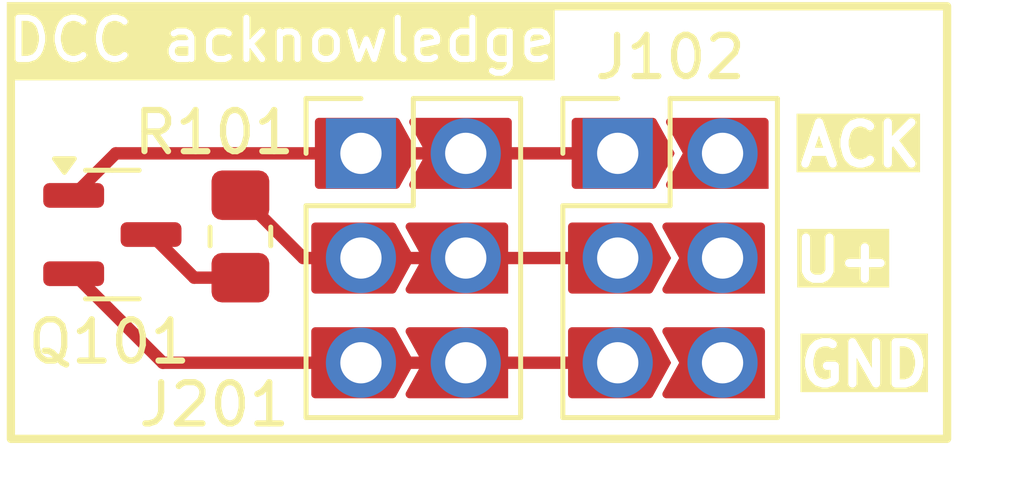
<source format=kicad_pcb>
(kicad_pcb (version 20240108) (generator "pcbnew") (generator_version "8.0")
  (layers (0 "F.Cu" signal) (31 "B.Cu" signal) (34 "B.Paste" user) (35 "F.Paste" user) (36 "B.SilkS" user "B.Silkscreen") (37 "F.SilkS" user "F.Silkscreen") (38 "B.Mask" user) (39 "F.Mask" user) (44 "Edge.Cuts" user))
  (net 0 "")
  (net 1 "0")
  (net 2 "/J_DCC_ACK")
  (net 3 "/J_U+")
  (net 4 "/DCC_ACK")
  (net 5 "/GND")
  (net 6 "/U+")
  (net 7 "/rails-signal-acknowledge_dcc/U+_DROP")
  (footprint "xDuinoRail:8x50_SOT-23" (layer "F.Cu") (at 122.754 66.613)
    (property "Reference" "Q101" (at -0.072 2.602 0) (layer "F.SilkS"))
    (property "Value" "S8050")
    (fp_line (start 0 -1.56) (end -0.65 -1.56) (stroke (width 0.12)) (layer "F.SilkS"))
    (fp_line (start 0 -1.56) (end 0.65 -1.56) (stroke (width 0.12)) (layer "F.SilkS"))
    (fp_line (start 0 1.56) (end -0.65 1.56) (stroke (width 0.12)) (layer "F.SilkS"))
    (fp_line (start 0 1.56) (end 0.65 1.56) (stroke (width 0.12)) (layer "F.SilkS"))
    (fp_poly (pts (xy -1.1625 -1.51) (xy -1.4025 -1.84) (xy -0.9225 -1.84) (xy -1.1625 -1.51)) (stroke (width 0.12)) (fill solid) (layer "F.SilkS"))
    (pad "1" smd roundrect (at -0.9375 0.95) (size 1.475 0.6) (layers "F.Cu" "F.Paste" "F.Mask") (net 1 "0"))
    (pad "2" smd roundrect (at -0.9375 -0.95) (size 1.475 0.6) (layers "F.Cu" "F.Paste" "F.Mask") (net 2 "/J_DCC_ACK"))
    (pad "3" smd roundrect (at 0.9375 0) (size 1.475 0.6) (layers "F.Cu" "F.Paste" "F.Mask") (net 7 "/rails-signal-acknowledge_dcc/U+_DROP"))
  )
  (footprint "Resistor_SMD:R_0805_2012Metric_Pad1.20x1.40mm_HandSolder" (layer "F.Cu") (at 125.857 66.659 90)
    (property "Reference" "R101" (at 2.524 -0.635 0) (layer "F.SilkS"))
    (property "Value" "150R")
    (fp_line (start -0.227064 -0.735) (end 0.227064 -0.735) (stroke (width 0.12)) (layer "F.SilkS"))
    (fp_line (start -0.227064 0.735) (end 0.227064 0.735) (stroke (width 0.12)) (layer "F.SilkS"))
    (pad "1" smd roundrect (at -1 0 90) (size 1.2 1.4) (layers "F.Cu" "F.Paste" "F.Mask") (roundrect_rratio 0.208333) (net 7 "/rails-signal-acknowledge_dcc/U+_DROP"))
    (pad "2" smd roundrect (at 1 0 90) (size 1.2 1.4) (layers "F.Cu" "F.Paste" "F.Mask") (roundrect_rratio 0.208333) (net 3 "/J_U+"))
  )
  (footprint "xDuinoRail:PinHeaderJP_2x03_P2.54mm_Vertical" (layer "F.Cu") (at 135.001 64.643)
    (property "Reference" "J102" (at 1.27 -2.33 0) (layer "F.SilkS"))
    (property "Value" "Conn_02x03_Odd_Even")
    (fp_poly (pts (xy -1.104 1.778) (xy -1.104 3.302) (xy 0.762 3.302) (xy 1.182 2.54) (xy 0.762 1.778)) (stroke (width 0.2)) (fill solid) (layer "F.Cu"))
    (fp_poly (pts (xy -1.104 4.318) (xy -1.104 5.842) (xy 0.762 5.842) (xy 1.182 5.08) (xy 0.762 4.318)) (stroke (width 0.2)) (fill solid) (layer "F.Cu"))
    (fp_poly (pts (xy -1.016 -0.762) (xy -1.016 0.762) (xy 0.85 0.762) (xy 1.27 0) (xy 0.85 -0.762)) (stroke (width 0.2)) (fill solid) (layer "F.Cu"))
    (fp_poly (pts (xy 1.182 1.778) (xy 1.602 2.54) (xy 1.182 3.302) (xy 3.468 3.302) (xy 3.468 1.778)) (stroke (width 0.2)) (fill solid) (layer "F.Cu"))
    (fp_poly (pts (xy 1.182 4.318) (xy 1.602 5.08) (xy 1.182 5.842) (xy 3.468 5.842) (xy 3.468 4.318)) (stroke (width 0.2)) (fill solid) (layer "F.Cu"))
    (fp_poly (pts (xy 1.27 -0.762) (xy 1.69 0) (xy 1.27 0.762) (xy 3.556 0.762) (xy 3.556 -0.762)) (stroke (width 0.2)) (fill solid) (layer "F.Cu"))
    (fp_line (start -1.33 -1.33) (end 0 -1.33) (stroke (width 0.12)) (layer "F.SilkS"))
    (fp_line (start -1.33 0) (end -1.33 -1.33) (stroke (width 0.12)) (layer "F.SilkS"))
    (fp_line (start -1.33 1.27) (end -1.33 6.41) (stroke (width 0.12)) (layer "F.SilkS"))
    (fp_line (start -1.33 1.27) (end 1.27 1.27) (stroke (width 0.12)) (layer "F.SilkS"))
    (fp_line (start -1.33 6.41) (end 3.87 6.41) (stroke (width 0.12)) (layer "F.SilkS"))
    (fp_line (start 1.27 -1.33) (end 3.87 -1.33) (stroke (width 0.12)) (layer "F.SilkS"))
    (fp_line (start 1.27 1.27) (end 1.27 -1.33) (stroke (width 0.12)) (layer "F.SilkS"))
    (fp_line (start 3.87 -1.33) (end 3.87 6.41) (stroke (width 0.12)) (layer "F.SilkS"))
    (pad "1" thru_hole rect (at 0 0) (size 1.7 1.7) (drill 1) (layers "*.Cu" "*.Mask") (net 2 "/J_DCC_ACK"))
    (pad "2" thru_hole oval (at 2.54 0) (size 1.7 1.7) (drill 1) (layers "*.Cu" "*.Mask") (net 4 "/DCC_ACK"))
    (pad "3" thru_hole oval (at 0 2.54) (size 1.7 1.7) (drill 1) (layers "*.Cu" "*.Mask") (net 3 "/J_U+"))
    (pad "4" thru_hole oval (at 2.54 2.54) (size 1.7 1.7) (drill 1) (layers "*.Cu" "*.Mask") (net 6 "/U+"))
    (pad "5" thru_hole oval (at 0 5.08) (size 1.7 1.7) (drill 1) (layers "*.Cu" "*.Mask") (net 1 "0"))
    (pad "6" thru_hole oval (at 2.54 5.08) (size 1.7 1.7) (drill 1) (layers "*.Cu" "*.Mask") (net 5 "/GND"))
  )
  (footprint "xDuinoRail:PinHeaderJP_2x03_P2.54mm_Vertical" (layer "F.Cu") (at 128.778 64.643)
    (property "Reference" "J201" (at -3.556 6.096 0) (layer "F.SilkS"))
    (property "Value" "Conn_02x03_Odd_Even")
    (fp_poly (pts (xy -1.104 1.778) (xy -1.104 3.302) (xy 0.762 3.302) (xy 1.182 2.54) (xy 0.762 1.778)) (stroke (width 0.2)) (fill solid) (layer "F.Cu"))
    (fp_poly (pts (xy -1.104 4.318) (xy -1.104 5.842) (xy 0.762 5.842) (xy 1.182 5.08) (xy 0.762 4.318)) (stroke (width 0.2)) (fill solid) (layer "F.Cu"))
    (fp_poly (pts (xy -1.016 -0.762) (xy -1.016 0.762) (xy 0.85 0.762) (xy 1.27 0) (xy 0.85 -0.762)) (stroke (width 0.2)) (fill solid) (layer "F.Cu"))
    (fp_poly (pts (xy 1.182 1.778) (xy 1.602 2.54) (xy 1.182 3.302) (xy 3.468 3.302) (xy 3.468 1.778)) (stroke (width 0.2)) (fill solid) (layer "F.Cu"))
    (fp_poly (pts (xy 1.182 4.318) (xy 1.602 5.08) (xy 1.182 5.842) (xy 3.468 5.842) (xy 3.468 4.318)) (stroke (width 0.2)) (fill solid) (layer "F.Cu"))
    (fp_poly (pts (xy 1.27 -0.762) (xy 1.69 0) (xy 1.27 0.762) (xy 3.556 0.762) (xy 3.556 -0.762)) (stroke (width 0.2)) (fill solid) (layer "F.Cu"))
    (fp_line (start -1.33 -1.33) (end 0 -1.33) (stroke (width 0.12)) (layer "F.SilkS"))
    (fp_line (start -1.33 0) (end -1.33 -1.33) (stroke (width 0.12)) (layer "F.SilkS"))
    (fp_line (start -1.33 1.27) (end -1.33 6.41) (stroke (width 0.12)) (layer "F.SilkS"))
    (fp_line (start -1.33 1.27) (end 1.27 1.27) (stroke (width 0.12)) (layer "F.SilkS"))
    (fp_line (start -1.33 6.41) (end 3.87 6.41) (stroke (width 0.12)) (layer "F.SilkS"))
    (fp_line (start 1.27 -1.33) (end 3.87 -1.33) (stroke (width 0.12)) (layer "F.SilkS"))
    (fp_line (start 1.27 1.27) (end 1.27 -1.33) (stroke (width 0.12)) (layer "F.SilkS"))
    (fp_line (start 3.87 -1.33) (end 3.87 6.41) (stroke (width 0.12)) (layer "F.SilkS"))
    (pad "1" thru_hole rect (at 0 0) (size 1.7 1.7) (drill 1) (layers "*.Cu" "*.Mask") (net 2 "/J_DCC_ACK"))
    (pad "2" thru_hole oval (at 2.54 0) (size 1.7 1.7) (drill 1) (layers "*.Cu" "*.Mask") (net 2 "/J_DCC_ACK"))
    (pad "3" thru_hole oval (at 0 2.54) (size 1.7 1.7) (drill 1) (layers "*.Cu" "*.Mask") (net 3 "/J_U+"))
    (pad "4" thru_hole oval (at 2.54 2.54) (size 1.7 1.7) (drill 1) (layers "*.Cu" "*.Mask") (net 3 "/J_U+"))
    (pad "5" thru_hole oval (at 0 5.08) (size 1.7 1.7) (drill 1) (layers "*.Cu" "*.Mask") (net 1 "0"))
    (pad "6" thru_hole oval (at 2.54 5.08) (size 1.7 1.7) (drill 1) (layers "*.Cu" "*.Mask") (net 1 "0"))
  )
  (gr_rect (start 120.295001 61.074749) (end 142.983 71.569) (stroke (width 0.2)) (fill none) (layer "F.SilkS"))
  (gr_text "U+" (at 139.192 67.818 0) (layer "F.SilkS" knockout) (effects (font (size 1 1) (thickness 0.2) (bold yes)) (justify left bottom)))
  (gr_text "DCC acknowledge" (at 120.142 62.484 0) (layer "F.SilkS" knockout) (effects (font (size 1 1)) (justify left bottom)))
  (gr_text "GND" (at 139.319 70.358 0) (layer "F.SilkS" knockout) (effects (font (size 1 1) (thickness 0.2) (bold yes)) (justify left bottom)))
  (gr_text "ACK" (at 139.319 65.024 0) (layer "F.SilkS" knockout) (effects (font (size 1 1) (thickness 0.2) (bold yes)) (justify left bottom)))
  (segment (start 131.318 69.723) (end 128.778 69.723) (width 0.3) (layer "F.Cu") (net 1))
  (segment (start 128.778 69.723) (end 123.9765 69.723) (width 0.3) (layer "F.Cu") (net 1))
  (segment (start 131.318 69.723) (end 135.001 69.723) (width 0.3) (layer "F.Cu") (net 1))
  (segment (start 123.9765 69.723) (end 121.8165 67.563) (width 0.3) (layer "F.Cu") (net 1))
  (segment (start 128.778 64.643) (end 122.8365 64.643) (width 0.3) (layer "F.Cu") (net 2))
  (segment (start 131.318 64.643) (end 135.001 64.643) (width 0.3) (layer "F.Cu") (net 2))
  (segment (start 131.318 64.643) (end 128.778 64.643) (width 0.3) (layer "F.Cu") (net 2))
  (segment (start 122.8365 64.643) (end 121.8165 65.663) (width 0.3) (layer "F.Cu") (net 2))
  (segment (start 128.778 67.183) (end 127.381 67.183) (width 0.3) (layer "F.Cu") (net 3))
  (segment (start 131.318 67.183) (end 135.001 67.183) (width 0.3) (layer "F.Cu") (net 3))
  (segment (start 131.318 67.183) (end 128.778 67.183) (width 0.3) (layer "F.Cu") (net 3))
  (segment (start 127.381 67.183) (end 125.857 65.659) (width 0.3) (layer "F.Cu") (net 3))
  (segment (start 124.7375 67.659) (end 123.6915 66.613) (width 0.3) (layer "F.Cu") (net 7))
  (segment (start 125.857 67.659) (end 124.7375 67.659) (width 0.3) (layer "F.Cu") (net 7))
)
</source>
